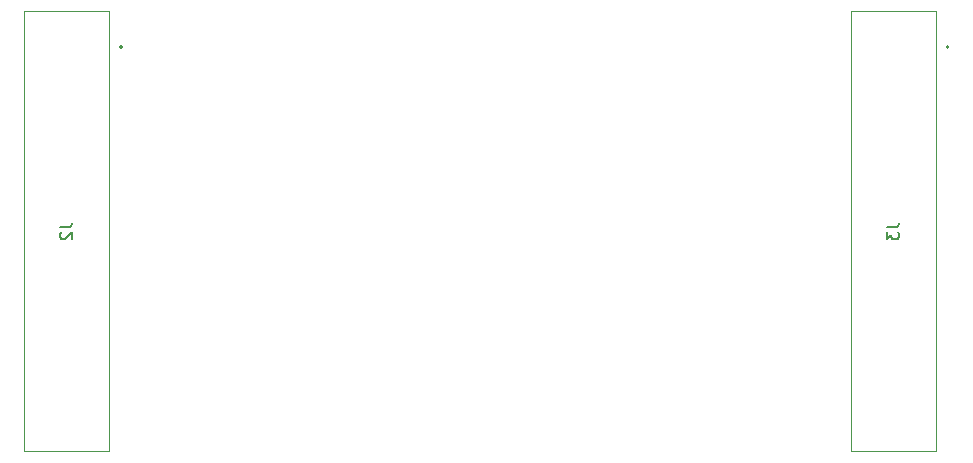
<source format=gbr>
G04 #@! TF.GenerationSoftware,KiCad,Pcbnew,9.0.0*
G04 #@! TF.CreationDate,2025-04-07T23:01:42+01:00*
G04 #@! TF.ProjectId,ephys-test-module-32,65706879-732d-4746-9573-742d6d6f6475,A*
G04 #@! TF.SameCoordinates,Original*
G04 #@! TF.FileFunction,AssemblyDrawing,Bot*
%FSLAX46Y46*%
G04 Gerber Fmt 4.6, Leading zero omitted, Abs format (unit mm)*
G04 Created by KiCad (PCBNEW 9.0.0) date 2025-04-07 23:01:42*
%MOMM*%
%LPD*%
G01*
G04 APERTURE LIST*
%ADD10C,0.150000*%
%ADD11C,0.100000*%
%ADD12C,0.200000*%
G04 APERTURE END LIST*
D10*
X122454819Y-99666666D02*
X123169104Y-99666666D01*
X123169104Y-99666666D02*
X123311961Y-99619047D01*
X123311961Y-99619047D02*
X123407200Y-99523809D01*
X123407200Y-99523809D02*
X123454819Y-99380952D01*
X123454819Y-99380952D02*
X123454819Y-99285714D01*
X122550057Y-100095238D02*
X122502438Y-100142857D01*
X122502438Y-100142857D02*
X122454819Y-100238095D01*
X122454819Y-100238095D02*
X122454819Y-100476190D01*
X122454819Y-100476190D02*
X122502438Y-100571428D01*
X122502438Y-100571428D02*
X122550057Y-100619047D01*
X122550057Y-100619047D02*
X122645295Y-100666666D01*
X122645295Y-100666666D02*
X122740533Y-100666666D01*
X122740533Y-100666666D02*
X122883390Y-100619047D01*
X122883390Y-100619047D02*
X123454819Y-100047619D01*
X123454819Y-100047619D02*
X123454819Y-100666666D01*
X192454819Y-99666666D02*
X193169104Y-99666666D01*
X193169104Y-99666666D02*
X193311961Y-99619047D01*
X193311961Y-99619047D02*
X193407200Y-99523809D01*
X193407200Y-99523809D02*
X193454819Y-99380952D01*
X193454819Y-99380952D02*
X193454819Y-99285714D01*
X192454819Y-100047619D02*
X192454819Y-100666666D01*
X192454819Y-100666666D02*
X192835771Y-100333333D01*
X192835771Y-100333333D02*
X192835771Y-100476190D01*
X192835771Y-100476190D02*
X192883390Y-100571428D01*
X192883390Y-100571428D02*
X192931009Y-100619047D01*
X192931009Y-100619047D02*
X193026247Y-100666666D01*
X193026247Y-100666666D02*
X193264342Y-100666666D01*
X193264342Y-100666666D02*
X193359580Y-100619047D01*
X193359580Y-100619047D02*
X193407200Y-100571428D01*
X193407200Y-100571428D02*
X193454819Y-100476190D01*
X193454819Y-100476190D02*
X193454819Y-100190476D01*
X193454819Y-100190476D02*
X193407200Y-100095238D01*
X193407200Y-100095238D02*
X193359580Y-100047619D01*
D11*
G04 #@! TO.C,J2*
X119380500Y-81365000D02*
X126619500Y-81365000D01*
X119380500Y-118635000D02*
X119380500Y-81365000D01*
X126619500Y-81365000D02*
X126619500Y-118635000D01*
X126619500Y-118635000D02*
X119380500Y-118635000D01*
D12*
X127700000Y-84400000D02*
G75*
G02*
X127500000Y-84400000I-100000J0D01*
G01*
X127500000Y-84400000D02*
G75*
G02*
X127700000Y-84400000I100000J0D01*
G01*
D11*
G04 #@! TO.C,J3*
X189380500Y-81365000D02*
X196619500Y-81365000D01*
X189380500Y-118635000D02*
X189380500Y-81365000D01*
X196619500Y-81365000D02*
X196619500Y-118635000D01*
X196619500Y-118635000D02*
X189380500Y-118635000D01*
D12*
X197700000Y-84400000D02*
G75*
G02*
X197500000Y-84400000I-100000J0D01*
G01*
X197500000Y-84400000D02*
G75*
G02*
X197700000Y-84400000I100000J0D01*
G01*
G04 #@! TD*
M02*

</source>
